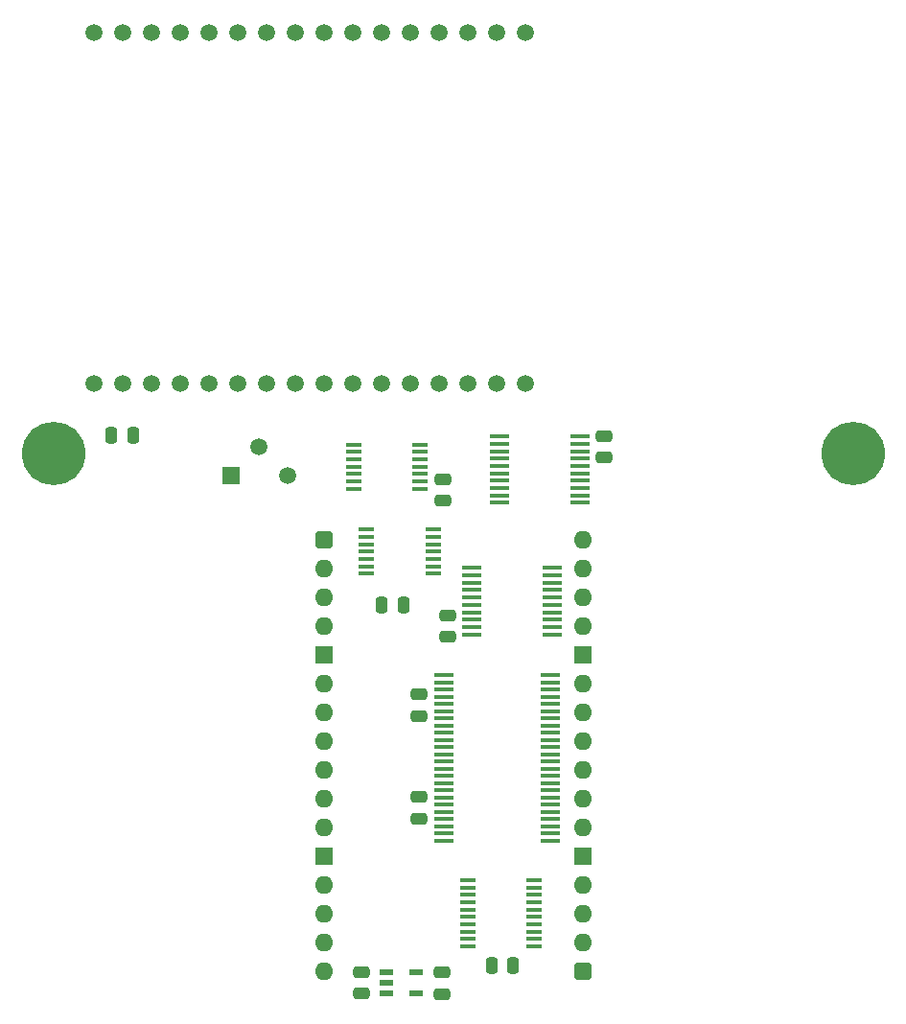
<source format=gts>
%TF.GenerationSoftware,KiCad,Pcbnew,8.0.3*%
%TF.CreationDate,2024-06-25T18:04:22+02:00*%
%TF.ProjectId,LCD Display,4c434420-4469-4737-906c-61792e6b6963,rev?*%
%TF.SameCoordinates,PX8c7ecc0PY5e78920*%
%TF.FileFunction,Soldermask,Top*%
%TF.FilePolarity,Negative*%
%FSLAX46Y46*%
G04 Gerber Fmt 4.6, Leading zero omitted, Abs format (unit mm)*
G04 Created by KiCad (PCBNEW 8.0.3) date 2024-06-25 18:04:22*
%MOMM*%
%LPD*%
G01*
G04 APERTURE LIST*
G04 Aperture macros list*
%AMRoundRect*
0 Rectangle with rounded corners*
0 $1 Rounding radius*
0 $2 $3 $4 $5 $6 $7 $8 $9 X,Y pos of 4 corners*
0 Add a 4 corners polygon primitive as box body*
4,1,4,$2,$3,$4,$5,$6,$7,$8,$9,$2,$3,0*
0 Add four circle primitives for the rounded corners*
1,1,$1+$1,$2,$3*
1,1,$1+$1,$4,$5*
1,1,$1+$1,$6,$7*
1,1,$1+$1,$8,$9*
0 Add four rect primitives between the rounded corners*
20,1,$1+$1,$2,$3,$4,$5,0*
20,1,$1+$1,$4,$5,$6,$7,0*
20,1,$1+$1,$6,$7,$8,$9,0*
20,1,$1+$1,$8,$9,$2,$3,0*%
G04 Aperture macros list end*
%ADD10R,1.475000X0.450000*%
%ADD11C,5.600000*%
%ADD12RoundRect,0.250000X-0.250000X-0.475000X0.250000X-0.475000X0.250000X0.475000X-0.250000X0.475000X0*%
%ADD13RoundRect,0.250000X-0.475000X0.250000X-0.475000X-0.250000X0.475000X-0.250000X0.475000X0.250000X0*%
%ADD14R,1.800000X0.450000*%
%ADD15RoundRect,0.250000X0.475000X-0.250000X0.475000X0.250000X-0.475000X0.250000X-0.475000X-0.250000X0*%
%ADD16R,1.150000X0.600000*%
%ADD17C,1.500000*%
%ADD18RoundRect,0.250000X0.250000X0.475000X-0.250000X0.475000X-0.250000X-0.475000X0.250000X-0.475000X0*%
%ADD19R,1.500000X1.500000*%
%ADD20R,1.800000X0.430000*%
%ADD21RoundRect,0.400000X-0.400000X-0.400000X0.400000X-0.400000X0.400000X0.400000X-0.400000X0.400000X0*%
%ADD22O,1.600000X1.600000*%
%ADD23R,1.600000X1.600000*%
G04 APERTURE END LIST*
D10*
%TO.C,IC16*%
X2650000Y8427000D03*
X2650000Y7777000D03*
X2650000Y7127000D03*
X2650000Y6477000D03*
X2650000Y5827000D03*
X2650000Y5177000D03*
X2650000Y4527000D03*
X8526000Y4527000D03*
X8526000Y5177000D03*
X8526000Y5827000D03*
X8526000Y6477000D03*
X8526000Y7127000D03*
X8526000Y7777000D03*
X8526000Y8427000D03*
%TD*%
D11*
%TO.C,H1*%
X-23881986Y7620000D03*
%TD*%
D12*
%TO.C,C5*%
X14814000Y-37592000D03*
X16714000Y-37592000D03*
%TD*%
D13*
%TO.C,C3*%
X24765000Y9189000D03*
X24765000Y7289000D03*
%TD*%
D14*
%TO.C,IC11*%
X15500000Y9148000D03*
X15500000Y8498000D03*
X15500000Y7848000D03*
X15500000Y7198000D03*
X15500000Y6548000D03*
X15500000Y5898000D03*
X15500000Y5248000D03*
X15500000Y4598000D03*
X15500000Y3948000D03*
X15500000Y3298000D03*
X22600000Y3298000D03*
X22600000Y3948000D03*
X22600000Y4598000D03*
X22600000Y5248000D03*
X22600000Y5898000D03*
X22600000Y6548000D03*
X22600000Y7198000D03*
X22600000Y7848000D03*
X22600000Y8498000D03*
X22600000Y9148000D03*
%TD*%
D15*
%TO.C,C8*%
X8382000Y-15539000D03*
X8382000Y-13639000D03*
%TD*%
D16*
%TO.C,IC2*%
X5558000Y-38166000D03*
X5558000Y-39116000D03*
X5558000Y-40066000D03*
X8158000Y-40066000D03*
X8158000Y-38166000D03*
%TD*%
D17*
%TO.C,DS1*%
X17780000Y44837000D03*
X15240000Y44837000D03*
X12700000Y44837000D03*
X10160000Y44837000D03*
X7620000Y44837000D03*
X5080000Y44837000D03*
X2540000Y44837000D03*
X0Y44837000D03*
X-2540000Y44837000D03*
X-5080000Y44837000D03*
X-7620000Y44837000D03*
X-10160000Y44837000D03*
X-12700000Y44837000D03*
X-15240000Y44837000D03*
X-17780000Y44837000D03*
X-20320000Y44837000D03*
X17780000Y13837000D03*
X15240000Y13837000D03*
X12700000Y13837000D03*
X10160000Y13837000D03*
X7620000Y13837000D03*
X5080000Y13837000D03*
X2540000Y13837000D03*
X0Y13837000D03*
X-2540000Y13837000D03*
X-5080000Y13837000D03*
X-7620000Y13837000D03*
X-10160000Y13837000D03*
X-12700000Y13837000D03*
X-15240000Y13837000D03*
X-17780000Y13837000D03*
X-20320000Y13837000D03*
%TD*%
D11*
%TO.C,H2*%
X46724029Y7620000D03*
%TD*%
D10*
%TO.C,IC14*%
X3793000Y934000D03*
X3793000Y284000D03*
X3793000Y-366000D03*
X3793000Y-1016000D03*
X3793000Y-1666000D03*
X3793000Y-2316000D03*
X3793000Y-2966000D03*
X9669000Y-2966000D03*
X9669000Y-2316000D03*
X9669000Y-1666000D03*
X9669000Y-1016000D03*
X9669000Y-366000D03*
X9669000Y284000D03*
X9669000Y934000D03*
%TD*%
D18*
%TO.C,C2*%
X-16846000Y9271000D03*
X-18746000Y9271000D03*
%TD*%
D13*
%TO.C,C6*%
X10541000Y5379000D03*
X10541000Y3479000D03*
%TD*%
D14*
%TO.C,IC12*%
X20187000Y-8322999D03*
X20187000Y-7672999D03*
X20187000Y-7022999D03*
X20187000Y-6372999D03*
X20187000Y-5722999D03*
X20187000Y-5072999D03*
X20187000Y-4422999D03*
X20187000Y-3772999D03*
X20187000Y-3122999D03*
X20187000Y-2472999D03*
X13087000Y-2472999D03*
X13087000Y-3122999D03*
X13087000Y-3772999D03*
X13087000Y-4422999D03*
X13087000Y-5072999D03*
X13087000Y-5722999D03*
X13087000Y-6372999D03*
X13087000Y-7022999D03*
X13087000Y-7672999D03*
X13087000Y-8322999D03*
%TD*%
D13*
%TO.C,C4*%
X8382000Y-22688000D03*
X8382000Y-24588000D03*
%TD*%
D15*
%TO.C,C1*%
X3302000Y-40050000D03*
X3302000Y-38150000D03*
%TD*%
D10*
%TO.C,IC20*%
X18601501Y-35881999D03*
X18601501Y-35231999D03*
X18601501Y-34581999D03*
X18601501Y-33931999D03*
X18601501Y-33281999D03*
X18601501Y-32631999D03*
X18601501Y-31981999D03*
X18601501Y-31331999D03*
X18601501Y-30681999D03*
X18601501Y-30031999D03*
X12725501Y-30031999D03*
X12725501Y-30681999D03*
X12725501Y-31331999D03*
X12725501Y-31981999D03*
X12725501Y-32631999D03*
X12725501Y-33281999D03*
X12725501Y-33931999D03*
X12725501Y-34581999D03*
X12725501Y-35231999D03*
X12725501Y-35881999D03*
%TD*%
D19*
%TO.C,VR1*%
X-8215000Y5705000D03*
D17*
X-5715000Y8205000D03*
X-3215000Y5705000D03*
%TD*%
D18*
%TO.C,C7*%
X7030000Y-5715000D03*
X5130000Y-5715000D03*
%TD*%
D15*
%TO.C,C10*%
X10922000Y-8554000D03*
X10922000Y-6654000D03*
%TD*%
D20*
%TO.C,IC13*%
X10582501Y-11938999D03*
X10582501Y-12572999D03*
X10582501Y-13208999D03*
X10582501Y-13842999D03*
X10582501Y-14478999D03*
X10582501Y-15112999D03*
X10582501Y-15748999D03*
X10582501Y-16382999D03*
X10582501Y-17018999D03*
X10582501Y-17652999D03*
X10582501Y-18288999D03*
X10582501Y-18922999D03*
X10582501Y-19558999D03*
X10582501Y-20192999D03*
X10582501Y-20828999D03*
X10582501Y-21462999D03*
X10582501Y-22098999D03*
X10582501Y-22732999D03*
X10582501Y-23368999D03*
X10582501Y-24002999D03*
X10582501Y-24638999D03*
X10582501Y-25272999D03*
X10582501Y-25908999D03*
X10582501Y-26542999D03*
X19982501Y-26542999D03*
X19982501Y-25908999D03*
X19982501Y-25272999D03*
X19982501Y-24638999D03*
X19982501Y-24002999D03*
X19982501Y-23368999D03*
X19982501Y-22732999D03*
X19982501Y-22098999D03*
X19982501Y-21462999D03*
X19982501Y-20828999D03*
X19982501Y-20192999D03*
X19982501Y-19558999D03*
X19982501Y-18922999D03*
X19982501Y-18288999D03*
X19982501Y-17652999D03*
X19982501Y-17018999D03*
X19982501Y-16382999D03*
X19982501Y-15748999D03*
X19982501Y-15112999D03*
X19982501Y-14478999D03*
X19982501Y-13842999D03*
X19982501Y-13208999D03*
X19982501Y-12572999D03*
X19982501Y-11938999D03*
%TD*%
D13*
%TO.C,C11*%
X10414000Y-38182000D03*
X10414000Y-40082000D03*
%TD*%
D21*
%TO.C,J1*%
X0Y0D03*
D22*
X0Y-2540000D03*
X0Y-5080000D03*
X0Y-7620000D03*
D23*
X0Y-10160000D03*
D22*
X0Y-12700000D03*
X0Y-15240000D03*
X0Y-17780000D03*
X0Y-20320000D03*
X0Y-22860000D03*
X0Y-25400000D03*
D23*
X0Y-27940000D03*
D22*
X0Y-30480000D03*
X0Y-33020000D03*
X0Y-35560000D03*
X0Y-38100000D03*
D21*
X22860000Y-38100000D03*
D22*
X22860000Y-35560000D03*
X22860000Y-33020000D03*
X22860000Y-30480000D03*
D23*
X22860000Y-27940000D03*
D22*
X22860000Y-25400000D03*
X22860000Y-22860000D03*
X22860000Y-20320000D03*
X22860000Y-17780000D03*
X22860000Y-15240000D03*
X22860000Y-12700000D03*
D23*
X22860000Y-10160000D03*
D22*
X22860000Y-7620000D03*
X22860000Y-5080000D03*
X22860000Y-2540000D03*
X22860000Y0D03*
%TD*%
M02*

</source>
